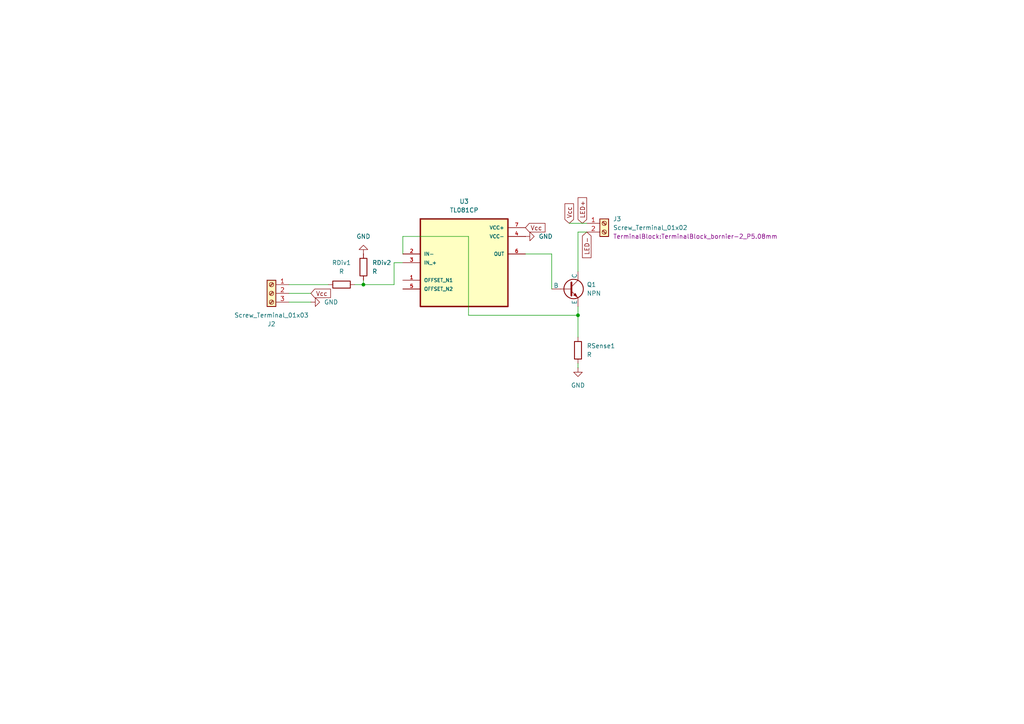
<source format=kicad_sch>
(kicad_sch (version 20231120) (generator "eeschema") (generator_version "8.0")
  (paper "A4")
  (lib_symbols
    (symbol "Connector:Screw_Terminal_01x02" (pin_names (offset 1.016) hide)
      (property "Reference" "J" (at 0 2.54 0))
      (property "Value" "Screw_Terminal_01x02" (at 0 -5.08 0))
      (symbol "Screw_Terminal_01x02_1_1"
        (rectangle (start -1.27 1.27) (end 1.27 -3.81) (stroke (width 0.254)) (fill (type background)))
        (circle (center 0 -2.54) (radius 0.635) (stroke (width 0.1524)))
        (polyline (pts (xy -0.5334 -2.2098) (xy 0.3302 -3.048)) (stroke (width 0.1524)))
        (polyline (pts (xy -0.5334 0.3302) (xy 0.3302 -0.508)) (stroke (width 0.1524)))
        (polyline (pts (xy -0.3556 -2.032) (xy 0.508 -2.8702)) (stroke (width 0.1524)))
        (polyline (pts (xy -0.3556 0.508) (xy 0.508 -0.3302)) (stroke (width 0.1524)))
        (circle (center 0 0) (radius 0.635) (stroke (width 0.1524)))
        (pin passive line (at -5.08 0 0) (length 3.81) (name "Pin_1") (number "1"))
        (pin passive line (at -5.08 -2.54 0) (length 3.81) (name "Pin_2") (number "2"))
      )
    )
    (symbol "Connector:Screw_Terminal_01x03" (pin_names (offset 1.016) hide)
      (property "Reference" "J" (at 0 5.08 0))
      (property "Value" "Screw_Terminal_01x03" (at 0 -5.08 0))
      (symbol "Screw_Terminal_01x03_1_1"
        (rectangle (start -1.27 3.81) (end 1.27 -3.81) (stroke (width 0.254)) (fill (type background)))
        (circle (center 0 -2.54) (radius 0.635) (stroke (width 0.1524)))
        (polyline (pts (xy -0.5334 -2.2098) (xy 0.3302 -3.048)) (stroke (width 0.1524)))
        (polyline (pts (xy -0.5334 0.3302) (xy 0.3302 -0.508)) (stroke (width 0.1524)))
        (polyline (pts (xy -0.5334 2.8702) (xy 0.3302 2.032)) (stroke (width 0.1524)))
        (polyline (pts (xy -0.3556 -2.032) (xy 0.508 -2.8702)) (stroke (width 0.1524)))
        (polyline (pts (xy -0.3556 0.508) (xy 0.508 -0.3302)) (stroke (width 0.1524)))
        (polyline (pts (xy -0.3556 3.048) (xy 0.508 2.2098)) (stroke (width 0.1524)))
        (circle (center 0 0) (radius 0.635) (stroke (width 0.1524)))
        (circle (center 0 2.54) (radius 0.635) (stroke (width 0.1524)))
        (pin passive line (at -5.08 2.54 0) (length 3.81) (name "Pin_1") (number "1"))
        (pin passive line (at -5.08 0 0) (length 3.81) (name "Pin_2") (number "2"))
        (pin passive line (at -5.08 -2.54 0) (length 3.81) (name "Pin_3") (number "3"))
      )
    )
    (symbol "Device:R" (pin_numbers hide) (pin_names (offset 0))
      (property "Reference" "R" (at 2.032 0 90))
      (property "Value" "R" (at 0 0 90))
      (symbol "R_0_1"
        (rectangle (start -1.016 -2.54) (end 1.016 2.54) (stroke (width 0.254)))
      )
      (symbol "R_1_1"
        (pin passive line (at 0 3.81 270) (length 1.27) (name "~") (number "1"))
        (pin passive line (at 0 -3.81 90) (length 1.27) (name "~") (number "2"))
      )
    )
    (symbol "Simulation_SPICE:NPN" (pin_numbers hide) (pin_names (offset 0))
      (property "Reference" "Q" (at -2.54 7.62 0))
      (property "Value" "NPN" (at -2.54 5.08 0))
      (symbol "NPN_0_1"
        (polyline (pts (xy -2.54 0) (xy 0.635 0)) (stroke (width 0.1524)))
        (polyline (pts (xy 0.635 0.635) (xy 2.54 2.54)))
        (polyline (pts (xy 2.794 -1.27) (xy 2.794 -1.27)) (stroke (width 0.1524)))
        (polyline (pts (xy 2.794 -1.27) (xy 2.794 -1.27)) (stroke (width 0.1524)))
        (polyline (pts (xy 0.635 -0.635) (xy 2.54 -2.54) (xy 2.54 -2.54)))
        (polyline (pts (xy 0.635 1.905) (xy 0.635 -1.905) (xy 0.635 -1.905)) (stroke (width 0.508)))
        (polyline (pts (xy 1.27 -1.778) (xy 1.778 -1.27) (xy 2.286 -2.286) (xy 1.27 -1.778) (xy 1.27 -1.778)) (fill (type outline)))
        (circle (center 1.27 0) (radius 2.8194) (stroke (width 0.254)))
      )
      (symbol "NPN_1_1"
        (pin open_collector line (at 2.54 5.08 270) (length 2.54) (name "C") (number "1"))
        (pin input line (at -5.08 0 0) (length 2.54) (name "B") (number "2"))
        (pin open_emitter line (at 2.54 -5.08 90) (length 2.54) (name "E") (number "3"))
      )
    )
    (symbol "TL081CP:TL081CP" (pin_names (offset 1.016))
      (property "Reference" "U" (at -12.7 13.7 0))
      (property "Value" "TL081CP" (at -12.7 -16.7 0))
      (symbol "TL081CP_0_0"
        (rectangle (start -12.7 -12.7) (end 12.7 12.7) (stroke (width 0.41)) (fill (type background)))
        (pin bidirectional line (at -17.78 -5.08 0) (length 5.08) (name "OFFSET_N1") (number "1"))
        (pin input line (at -17.78 2.54 0) (length 5.08) (name "IN-") (number "2"))
        (pin input line (at -17.78 0 0) (length 5.08) (name "IN_+") (number "3"))
        (pin power_in line (at 17.78 7.62 180) (length 5.08) (name "VCC-") (number "4"))
        (pin bidirectional line (at -17.78 -7.62 0) (length 5.08) (name "OFFSET_N2") (number "5"))
        (pin output line (at 17.78 2.54 180) (length 5.08) (name "OUT") (number "6"))
        (pin power_in line (at 17.78 10.16 180) (length 5.08) (name "VCC+") (number "7"))
      )
    )
    (symbol "power:GND" (power) (pin_numbers hide) (pin_names (offset 0) hide)
      (property "Value" "GND" (at 0 -3.81 0))
      (symbol "GND_0_1"
        (polyline (pts (xy 0 0) (xy 0 -1.27) (xy 1.27 -1.27) (xy 0 -2.54) (xy -1.27 -1.27) (xy 0 -1.27)))
      )
      (symbol "GND_1_1"
        (pin power_in line (at 0 0 270) (length 0) (name "~") (number "1"))
      )
    )
  )
  (junction (at 105.41 82.55))
  (junction (at 167.64 91.44))
  (wire (pts (xy 102.87 82.55) (xy 105.41 82.55)))
  (wire (pts (xy 114.3 76.2) (xy 114.3 82.55)))
  (wire (pts (xy 167.64 106.68) (xy 167.64 105.41)))
  (wire (pts (xy 160.02 73.66) (xy 160.02 83.82)))
  (wire (pts (xy 135.89 68.58) (xy 135.89 91.44)))
  (wire (pts (xy 105.41 81.28) (xy 105.41 82.55)))
  (wire (pts (xy 152.4 73.66) (xy 160.02 73.66)))
  (wire (pts (xy 83.82 82.55) (xy 95.25 82.55)))
  (wire (pts (xy 167.64 67.31) (xy 170.18 67.31)))
  (wire (pts (xy 116.84 68.58) (xy 116.84 73.66)))
  (wire (pts (xy 167.64 78.74) (xy 167.64 67.31)))
  (wire (pts (xy 135.89 91.44) (xy 167.64 91.44)))
  (wire (pts (xy 167.64 88.9) (xy 167.64 91.44)))
  (wire (pts (xy 167.64 91.44) (xy 167.64 97.79)))
  (wire (pts (xy 83.82 87.63) (xy 90.17 87.63)))
  (wire (pts (xy 83.82 85.09) (xy 90.17 85.09)))
  (wire (pts (xy 165.1 64.77) (xy 170.18 64.77)))
  (wire (pts (xy 135.89 68.58) (xy 116.84 68.58)))
  (wire (pts (xy 116.84 76.2) (xy 114.3 76.2)))
  (wire (pts (xy 105.41 82.55) (xy 114.3 82.55)))
  (global_label "Vcc" (shape input) (at 90.17 85.09 0) (property "Intersheetrefs" "${INTERSHEET_REFS}" (effects (hide yes))))
  (global_label "Vcc" (shape input) (at 152.4 66.04 0) (property "Intersheetrefs" "${INTERSHEET_REFS}" (effects (hide yes))))
  (global_label "Vcc" (shape input) (at 165.1 64.77 90) (property "Intersheetrefs" "${INTERSHEET_REFS}" (effects (hide yes))))
  (global_label "LED+" (shape input) (at 168.91 64.77 90) (property "Intersheetrefs" "${INTERSHEET_REFS}" (effects (hide yes))))
  (global_label "LED-" (shape input) (at 170.18 67.31 270) (property "Intersheetrefs" "${INTERSHEET_REFS}" (effects (hide yes))))
  (symbol (lib_id "Device:R") (at 99.06 82.55 90) (unit 1)
    (property "Reference" "RDiv1" (at 99.06 76.2 90))
    (property "Value" "R" (at 99.06 78.74 90))
    (property "Footprint" "Resistor_THT:R_Axial_DIN0207_L6.3mm_D2.5mm_P10.16mm_Horizontal" (effects (hide yes)))
    (property "Description" "Resistor" (effects (hide yes)))
  )
  (symbol (lib_id "Device:R") (at 105.41 77.47 0) (unit 1)
    (property "Reference" "RDiv2" (at 107.95 76.1999 0) (effects (justify left)))
    (property "Value" "R" (at 107.95 78.7399 0) (effects (justify left)))
    (property "Footprint" "Resistor_THT:R_Axial_DIN0207_L6.3mm_D2.5mm_P10.16mm_Horizontal" (effects (hide yes)))
    (property "Description" "Resistor" (effects (hide yes)))
  )
  (symbol (lib_id "Simulation_SPICE:NPN") (at 165.1 83.82 0) (unit 1)
    (property "Reference" "Q1" (at 170.18 82.5499 0) (effects (justify left)))
    (property "Value" "NPN" (at 170.18 85.0899 0) (effects (justify left)))
    (property "Footprint" "Package_TO_SOT_THT:TO-92" (effects (hide yes)))
    (property "Datasheet" "https://ngspice.sourceforge.io/docs/ngspice-html-manual/manual.xhtml#cha_BJTs" (effects (hide yes)))
    (property "Description" "Bipolar transistor symbol for simulation only, substrate tied to the emitter" (effects (hide yes)))
    (property "Sim.Device" "NPN" (effects (hide yes)))
    (property "Sim.Type" "GUMMELPOON" (effects (hide yes)))
    (property "Sim.Pins" "1=C 2=B 3=E" (effects (hide yes)))
  )
  (symbol (lib_id "power:GND") (at 167.64 106.68 0) (unit 1)
    (property "Reference" "#PWR01" (effects (hide yes)))
    (property "Value" "GND" (at 167.64 111.76 0))
    (property "Description" "Power symbol creates a global label with name \"GND\" , ground" (effects (hide yes)))
  )
  (symbol (lib_id "Connector:Screw_Terminal_01x03") (at 78.74 85.09 0) (mirror y) (unit 1)
    (property "Reference" "J2" (at 78.74 93.98 0))
    (property "Value" "Screw_Terminal_01x03" (at 78.74 91.44 0))
    (property "Footprint" "TerminalBlock:TerminalBlock_bornier-3_P5.08mm" (effects (hide yes)))
    (property "Description" "Generic screw terminal, single row, 01x03, script generated (kicad-library-utils/schlib/autogen/connector/)" (effects (hide yes)))
  )
  (symbol (lib_id "power:GND") (at 152.4 68.58 90) (unit 1)
    (property "Reference" "#PWR03" (effects (hide yes)))
    (property "Value" "GND" (at 156.21 68.5799 90) (effects (justify right)))
    (property "Description" "Power symbol creates a global label with name \"GND\" , ground" (effects (hide yes)))
  )
  (symbol (lib_id "Connector:Screw_Terminal_01x02") (at 175.26 64.77 0) (unit 1)
    (property "Reference" "J3" (at 177.8 63.4999 0) (effects (justify left)))
    (property "Value" "Screw_Terminal_01x02" (at 177.8 66.0399 0) (effects (justify left)))
    (property "Footprint" "TerminalBlock:TerminalBlock_bornier-2_P5.08mm" (at 177.8 68.5799 0) (effects (justify left)))
    (property "Description" "Generic screw terminal, single row, 01x02, script generated (kicad-library-utils/schlib/autogen/connector/)" (effects (hide yes)))
  )
  (symbol (lib_id "power:GND") (at 90.17 87.63 90) (unit 1)
    (property "Reference" "#PWR02" (effects (hide yes)))
    (property "Value" "GND" (at 93.98 87.6299 90) (effects (justify right)))
    (property "Description" "Power symbol creates a global label with name \"GND\" , ground" (effects (hide yes)))
  )
  (symbol (lib_id "power:GND") (at 105.41 73.66 180) (unit 1)
    (property "Reference" "#PWR04" (effects (hide yes)))
    (property "Value" "GND" (at 105.41 68.58 0))
    (property "Description" "Power symbol creates a global label with name \"GND\" , ground" (effects (hide yes)))
  )
  (symbol (lib_id "Device:R") (at 167.64 101.6 0) (unit 1)
    (property "Reference" "RSense1" (at 170.18 100.3299 0) (effects (justify left)))
    (property "Value" "R" (at 170.18 102.8699 0) (effects (justify left)))
    (property "Footprint" "Resistor_THT:R_Axial_DIN0207_L6.3mm_D2.5mm_P10.16mm_Horizontal" (effects (hide yes)))
    (property "Description" "Resistor" (effects (hide yes)))
  )
  (symbol (lib_id "TL081CP:TL081CP") (at 134.62 76.2 0) (unit 1)
    (property "Reference" "U3" (at 134.62 58.42 0))
    (property "Value" "TL081CP" (at 134.62 60.96 0))
    (property "Footprint" "Library:DIP794W45P254L959H508Q8" (effects (hide yes)))
    (property "MF" "Texas Instruments" (effects (hide yes)))
    (property "Description_1" "\nSingle, 30-V, 3-MHz, 13-V/µs slew rate, In to V+, JFET-input op amp\n" (effects (hide yes)))
    (property "Package" "PDIP-8 Texas" (effects (hide yes)))
    (property "MP" "TL081CP" (effects (hide yes)))
  )
)
</source>
